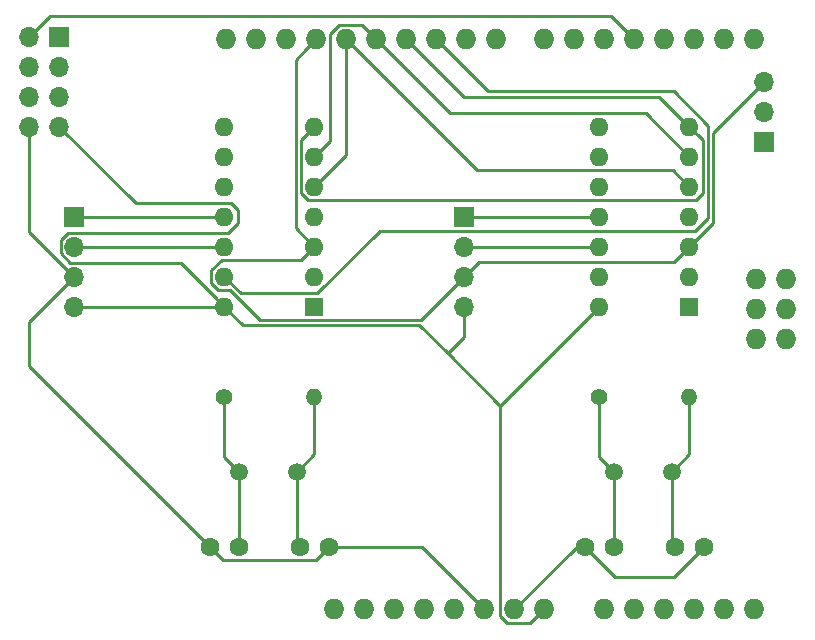
<source format=gbr>
G04 #@! TF.GenerationSoftware,KiCad,Pcbnew,(5.1.4-0-10_14)*
G04 #@! TF.CreationDate,2019-10-20T20:35:26-03:00*
G04 #@! TF.ProjectId,shield,73686965-6c64-42e6-9b69-6361645f7063,rev?*
G04 #@! TF.SameCoordinates,Original*
G04 #@! TF.FileFunction,Copper,L2,Bot*
G04 #@! TF.FilePolarity,Positive*
%FSLAX46Y46*%
G04 Gerber Fmt 4.6, Leading zero omitted, Abs format (unit mm)*
G04 Created by KiCad (PCBNEW (5.1.4-0-10_14)) date 2019-10-20 20:35:26*
%MOMM*%
%LPD*%
G04 APERTURE LIST*
%ADD10O,1.600000X1.600000*%
%ADD11R,1.600000X1.600000*%
%ADD12O,1.727200X1.727200*%
%ADD13O,1.700000X1.700000*%
%ADD14R,1.700000X1.700000*%
%ADD15C,1.500000*%
%ADD16C,1.400000*%
%ADD17O,1.400000X1.400000*%
%ADD18C,1.600000*%
%ADD19C,0.250000*%
G04 APERTURE END LIST*
D10*
X162560000Y-86360000D03*
X170180000Y-71120000D03*
X162560000Y-83820000D03*
X170180000Y-73660000D03*
X162560000Y-81280000D03*
X170180000Y-76200000D03*
X162560000Y-78740000D03*
X170180000Y-78740000D03*
X162560000Y-76200000D03*
X170180000Y-81280000D03*
X162560000Y-73660000D03*
X170180000Y-83820000D03*
X162560000Y-71120000D03*
D11*
X170180000Y-86360000D03*
D12*
X175787000Y-84040000D03*
X175660000Y-111980000D03*
X173120000Y-111980000D03*
X170580000Y-111980000D03*
X168040000Y-111980000D03*
X165500000Y-111980000D03*
X140100000Y-111980000D03*
X146196000Y-63720000D03*
X143656000Y-63720000D03*
X141116000Y-63720000D03*
X136036000Y-63720000D03*
X133496000Y-63720000D03*
X130956000Y-63720000D03*
X148736000Y-63720000D03*
X151276000Y-63720000D03*
X153816000Y-63720000D03*
X138576000Y-63720000D03*
X157880000Y-63720000D03*
X160420000Y-63720000D03*
X162960000Y-63720000D03*
X165500000Y-63720000D03*
X168040000Y-63720000D03*
X170580000Y-63720000D03*
X173120000Y-63720000D03*
X175660000Y-63720000D03*
X142640000Y-111980000D03*
X145180000Y-111980000D03*
X147720000Y-111980000D03*
X150260000Y-111980000D03*
X152800000Y-111980000D03*
X155340000Y-111980000D03*
X157880000Y-111980000D03*
X162960000Y-111980000D03*
X178327000Y-84040000D03*
X175787000Y-86580000D03*
X178327000Y-86580000D03*
X178327000Y-89120000D03*
X175787000Y-89120000D03*
D13*
X151130000Y-86360000D03*
X151130000Y-83820000D03*
X151130000Y-81280000D03*
D14*
X151130000Y-78740000D03*
D13*
X118110000Y-86360000D03*
X118110000Y-83820000D03*
X118110000Y-81280000D03*
D14*
X118110000Y-78740000D03*
D13*
X176530000Y-67310000D03*
X176530000Y-69850000D03*
D14*
X176530000Y-72390000D03*
D10*
X130810000Y-86360000D03*
X138430000Y-71120000D03*
X130810000Y-83820000D03*
X138430000Y-73660000D03*
X130810000Y-81280000D03*
X138430000Y-76200000D03*
X130810000Y-78740000D03*
X138430000Y-78740000D03*
X130810000Y-76200000D03*
X138430000Y-81280000D03*
X130810000Y-73660000D03*
X138430000Y-83820000D03*
X130810000Y-71120000D03*
D11*
X138430000Y-86360000D03*
D15*
X163830000Y-100330000D03*
X168710000Y-100330000D03*
X132080000Y-100330000D03*
X136960000Y-100330000D03*
D13*
X114300000Y-71120000D03*
X116840000Y-71120000D03*
X114300000Y-68580000D03*
X116840000Y-68580000D03*
X114300000Y-66040000D03*
X116840000Y-66040000D03*
X114300000Y-63500000D03*
D14*
X116840000Y-63500000D03*
D16*
X162560000Y-93980000D03*
D17*
X170180000Y-93980000D03*
D16*
X130810000Y-93980000D03*
D17*
X138430000Y-93980000D03*
D18*
X171450000Y-106680000D03*
X168950000Y-106680000D03*
X163830000Y-106680000D03*
X161330000Y-106680000D03*
X139700000Y-106680000D03*
X137200000Y-106680000D03*
X132080000Y-106680000D03*
X129580000Y-106680000D03*
D19*
X138900001Y-107479999D02*
X139700000Y-106680000D01*
X138574999Y-107805001D02*
X138900001Y-107479999D01*
X130705001Y-107805001D02*
X138574999Y-107805001D01*
X129580000Y-106680000D02*
X130705001Y-107805001D01*
X147500000Y-106680000D02*
X152800000Y-111980000D01*
X139700000Y-106680000D02*
X147500000Y-106680000D01*
X160640000Y-106680000D02*
X161330000Y-106680000D01*
X155340000Y-111980000D02*
X160640000Y-106680000D01*
X168910000Y-109220000D02*
X170650001Y-107479999D01*
X170650001Y-107479999D02*
X171450000Y-106680000D01*
X163870000Y-109220000D02*
X168910000Y-109220000D01*
X161330000Y-106680000D02*
X163870000Y-109220000D01*
X128780001Y-105880001D02*
X129580000Y-106680000D01*
X114300000Y-91400000D02*
X128780001Y-105880001D01*
X114300000Y-87630000D02*
X114300000Y-91400000D01*
X118110000Y-83820000D02*
X114300000Y-87630000D01*
X114300000Y-80010000D02*
X118110000Y-83820000D01*
X114300000Y-71120000D02*
X114300000Y-80010000D01*
X137712401Y-64583599D02*
X138576000Y-63720000D01*
X136854989Y-65441011D02*
X137712401Y-64583599D01*
X136854989Y-79704989D02*
X136854989Y-65441011D01*
X138430000Y-81280000D02*
X136854989Y-79704989D01*
X175680001Y-68159999D02*
X176530000Y-67310000D01*
X172205020Y-79254980D02*
X172205020Y-71634980D01*
X172205020Y-71634980D02*
X175680001Y-68159999D01*
X170180000Y-81280000D02*
X172205020Y-79254980D01*
X151979999Y-82970001D02*
X151130000Y-83820000D01*
X168910000Y-82550000D02*
X152400000Y-82550000D01*
X152400000Y-82550000D02*
X151979999Y-82970001D01*
X170180000Y-81280000D02*
X168910000Y-82550000D01*
X137304999Y-82405001D02*
X137630001Y-82079999D01*
X129684999Y-83279999D02*
X130559997Y-82405001D01*
X129684999Y-84360001D02*
X129684999Y-83279999D01*
X130559997Y-82405001D02*
X137304999Y-82405001D01*
X131298591Y-84945001D02*
X130269999Y-84945001D01*
X133838591Y-87485001D02*
X131298591Y-84945001D01*
X130269999Y-84945001D02*
X129684999Y-84360001D01*
X147464999Y-87485001D02*
X133838591Y-87485001D01*
X137630001Y-82079999D02*
X138430000Y-81280000D01*
X151130000Y-83820000D02*
X147464999Y-87485001D01*
X130810000Y-99060000D02*
X132080000Y-100330000D01*
X130810000Y-93980000D02*
X130810000Y-99060000D01*
X132080000Y-100330000D02*
X132080000Y-106680000D01*
X138430000Y-98860000D02*
X136960000Y-100330000D01*
X138430000Y-93980000D02*
X138430000Y-98860000D01*
X136960000Y-106440000D02*
X137200000Y-106680000D01*
X136960000Y-100330000D02*
X136960000Y-106440000D01*
X163830000Y-106680000D02*
X163830000Y-100330000D01*
X162560000Y-99060000D02*
X163830000Y-100330000D01*
X162560000Y-93980000D02*
X162560000Y-99060000D01*
X170180000Y-98860000D02*
X168710000Y-100330000D01*
X170180000Y-93980000D02*
X170180000Y-98860000D01*
X168710000Y-106440000D02*
X168950000Y-106680000D01*
X168710000Y-100330000D02*
X168710000Y-106440000D01*
X157016401Y-112843599D02*
X157880000Y-111980000D01*
X156691399Y-113168601D02*
X157016401Y-112843599D01*
X154769471Y-113168601D02*
X156691399Y-113168601D01*
X154151399Y-112550529D02*
X154769471Y-113168601D01*
X154151399Y-94768601D02*
X154151399Y-112550529D01*
X162560000Y-86360000D02*
X154151399Y-94768601D01*
X132385011Y-87935011D02*
X147317809Y-87935011D01*
X130810000Y-86360000D02*
X132385011Y-87935011D01*
X130010001Y-85560001D02*
X130810000Y-86360000D01*
X116934999Y-81844001D02*
X117735997Y-82644999D01*
X116934999Y-80715999D02*
X116934999Y-81844001D01*
X117735997Y-82644999D02*
X127094999Y-82644999D01*
X117545999Y-80104999D02*
X116934999Y-80715999D01*
X127094999Y-82644999D02*
X130010001Y-85560001D01*
X131110003Y-80104999D02*
X117545999Y-80104999D01*
X131935001Y-79280001D02*
X131110003Y-80104999D01*
X131935001Y-78199999D02*
X131935001Y-79280001D01*
X131350001Y-77614999D02*
X131935001Y-78199999D01*
X123334999Y-77614999D02*
X131350001Y-77614999D01*
X116840000Y-71120000D02*
X123334999Y-77614999D01*
X118110000Y-86360000D02*
X130810000Y-86360000D01*
X151130000Y-88900000D02*
X149706399Y-90323601D01*
X151130000Y-86360000D02*
X151130000Y-88900000D01*
X149706399Y-90323601D02*
X154151399Y-94768601D01*
X147317809Y-87935011D02*
X149706399Y-90323601D01*
X145830000Y-63720000D02*
X146196000Y-63720000D01*
X151056000Y-68580000D02*
X146196000Y-63720000D01*
X167640000Y-68580000D02*
X151056000Y-68580000D01*
X170180000Y-71120000D02*
X167640000Y-68580000D01*
X170979999Y-71919999D02*
X170180000Y-71120000D01*
X171305001Y-76740001D02*
X171305001Y-72245001D01*
X170720001Y-77325001D02*
X171305001Y-76740001D01*
X137889999Y-77325001D02*
X170720001Y-77325001D01*
X171305001Y-72245001D02*
X170979999Y-71919999D01*
X137304999Y-76740001D02*
X137889999Y-77325001D01*
X137304999Y-72245001D02*
X137304999Y-76740001D01*
X138430000Y-71120000D02*
X137304999Y-72245001D01*
X171755010Y-78829992D02*
X171755010Y-71030008D01*
X170670001Y-79915001D02*
X171755010Y-78829992D01*
X144000001Y-79915001D02*
X170670001Y-79915001D01*
X138680003Y-85234999D02*
X144000001Y-79915001D01*
X132224999Y-85234999D02*
X138680003Y-85234999D01*
X130810000Y-83820000D02*
X132224999Y-85234999D01*
X149599599Y-64583599D02*
X148736000Y-63720000D01*
X153145990Y-68129990D02*
X149599599Y-64583599D01*
X168854992Y-68129990D02*
X153145990Y-68129990D01*
X171755010Y-71030008D02*
X168854992Y-68129990D01*
X144519599Y-64583599D02*
X143656000Y-63720000D01*
X149930999Y-69994999D02*
X144519599Y-64583599D01*
X166514999Y-69994999D02*
X149930999Y-69994999D01*
X170180000Y-73660000D02*
X166514999Y-69994999D01*
X142792401Y-62856401D02*
X143656000Y-63720000D01*
X140545471Y-62531399D02*
X142467399Y-62531399D01*
X139764601Y-63312269D02*
X140545471Y-62531399D01*
X142467399Y-62531399D02*
X142792401Y-62856401D01*
X139764601Y-72325399D02*
X139764601Y-63312269D01*
X138430000Y-73660000D02*
X139764601Y-72325399D01*
X118110000Y-81280000D02*
X130810000Y-81280000D01*
X141979599Y-64583599D02*
X141116000Y-63720000D01*
X152181001Y-74785001D02*
X141979599Y-64583599D01*
X168765001Y-74785001D02*
X152181001Y-74785001D01*
X170180000Y-76200000D02*
X168765001Y-74785001D01*
X141116000Y-73514000D02*
X141116000Y-63720000D01*
X138430000Y-76200000D02*
X141116000Y-73514000D01*
X118110000Y-78740000D02*
X130810000Y-78740000D01*
X151130000Y-81280000D02*
X162560000Y-81280000D01*
X151130000Y-78740000D02*
X162560000Y-78740000D01*
X163574999Y-61794999D02*
X164636401Y-62856401D01*
X164636401Y-62856401D02*
X165500000Y-63720000D01*
X116005001Y-61794999D02*
X163574999Y-61794999D01*
X114300000Y-63500000D02*
X116005001Y-61794999D01*
M02*

</source>
